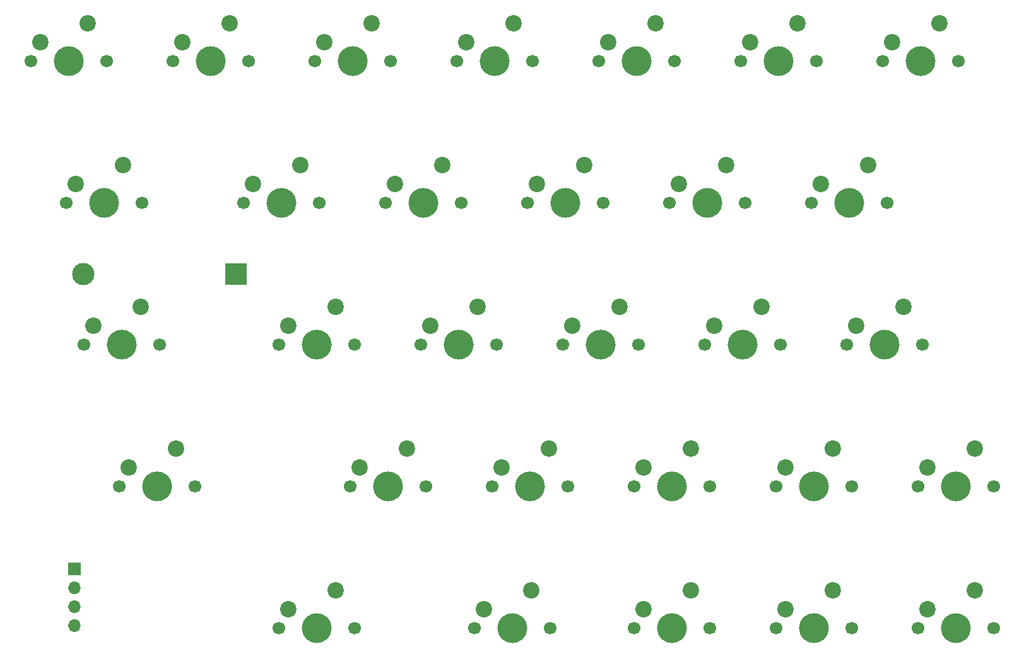
<source format=gts>
G04 #@! TF.FileFunction,Soldermask,Top*
%FSLAX46Y46*%
G04 Gerber Fmt 4.6, Leading zero omitted, Abs format (unit mm)*
G04 Created by KiCad (PCBNEW 4.0.7) date Wednesday, 11 April 2018 'AMt' 07:59:09*
%MOMM*%
%LPD*%
G01*
G04 APERTURE LIST*
%ADD10C,0.100000*%
%ADD11C,2.200000*%
%ADD12C,4.000000*%
%ADD13C,1.700000*%
%ADD14C,3.000000*%
%ADD15R,3.000000X3.000000*%
%ADD16R,1.700000X1.700000*%
%ADD17O,1.700000X1.700000*%
G04 APERTURE END LIST*
D10*
D11*
X45243750Y-78581250D03*
X38893750Y-81121250D03*
D12*
X42703750Y-83661250D03*
D13*
X37623750Y-83661250D03*
X47783750Y-83661250D03*
D11*
X66675000Y-59531250D03*
X60325000Y-62071250D03*
D12*
X64135000Y-64611250D03*
D13*
X59055000Y-64611250D03*
X69215000Y-64611250D03*
D11*
X38100000Y-40481250D03*
X31750000Y-43021250D03*
D12*
X35560000Y-45561250D03*
D13*
X30480000Y-45561250D03*
X40640000Y-45561250D03*
D11*
X66675000Y-97631250D03*
X60325000Y-100171250D03*
D12*
X64135000Y-102711250D03*
D13*
X59055000Y-102711250D03*
X69215000Y-102711250D03*
D14*
X32810000Y-55100000D03*
D15*
X53300000Y-55100000D03*
D16*
X31600000Y-94700000D03*
D17*
X31600000Y-97240000D03*
X31600000Y-99780000D03*
X31600000Y-102320000D03*
D11*
X33337500Y-21431250D03*
X26987500Y-23971250D03*
D12*
X30797500Y-26511250D03*
D13*
X25717500Y-26511250D03*
X35877500Y-26511250D03*
D11*
X40481250Y-59531250D03*
X34131250Y-62071250D03*
D12*
X37941250Y-64611250D03*
D13*
X32861250Y-64611250D03*
X43021250Y-64611250D03*
D11*
X52387500Y-21431250D03*
X46037500Y-23971250D03*
D12*
X49847500Y-26511250D03*
D13*
X44767500Y-26511250D03*
X54927500Y-26511250D03*
D11*
X61912500Y-40481250D03*
X55562500Y-43021250D03*
D12*
X59372500Y-45561250D03*
D13*
X54292500Y-45561250D03*
X64452500Y-45561250D03*
D11*
X76200000Y-78581250D03*
X69850000Y-81121250D03*
D12*
X73660000Y-83661250D03*
D13*
X68580000Y-83661250D03*
X78740000Y-83661250D03*
D11*
X71437500Y-21431250D03*
X65087500Y-23971250D03*
D12*
X68897500Y-26511250D03*
D13*
X63817500Y-26511250D03*
X73977500Y-26511250D03*
D11*
X80962500Y-40481250D03*
X74612500Y-43021250D03*
D12*
X78422500Y-45561250D03*
D13*
X73342500Y-45561250D03*
X83502500Y-45561250D03*
D11*
X85725000Y-59531250D03*
X79375000Y-62071250D03*
D12*
X83185000Y-64611250D03*
D13*
X78105000Y-64611250D03*
X88265000Y-64611250D03*
D11*
X95250000Y-78581250D03*
X88900000Y-81121250D03*
D12*
X92710000Y-83661250D03*
D13*
X87630000Y-83661250D03*
X97790000Y-83661250D03*
D11*
X92868750Y-97631250D03*
X86518750Y-100171250D03*
D12*
X90328750Y-102711250D03*
D13*
X85248750Y-102711250D03*
X95408750Y-102711250D03*
D11*
X90487500Y-21431250D03*
X84137500Y-23971250D03*
D12*
X87947500Y-26511250D03*
D13*
X82867500Y-26511250D03*
X93027500Y-26511250D03*
D11*
X100012500Y-40481250D03*
X93662500Y-43021250D03*
D12*
X97472500Y-45561250D03*
D13*
X92392500Y-45561250D03*
X102552500Y-45561250D03*
D11*
X104775000Y-59531250D03*
X98425000Y-62071250D03*
D12*
X102235000Y-64611250D03*
D13*
X97155000Y-64611250D03*
X107315000Y-64611250D03*
D11*
X114300000Y-78581250D03*
X107950000Y-81121250D03*
D12*
X111760000Y-83661250D03*
D13*
X106680000Y-83661250D03*
X116840000Y-83661250D03*
D11*
X114300000Y-97631250D03*
X107950000Y-100171250D03*
D12*
X111760000Y-102711250D03*
D13*
X106680000Y-102711250D03*
X116840000Y-102711250D03*
D11*
X109537500Y-21431250D03*
X103187500Y-23971250D03*
D12*
X106997500Y-26511250D03*
D13*
X101917500Y-26511250D03*
X112077500Y-26511250D03*
D11*
X119062500Y-40481250D03*
X112712500Y-43021250D03*
D12*
X116522500Y-45561250D03*
D13*
X111442500Y-45561250D03*
X121602500Y-45561250D03*
D11*
X123825000Y-59531250D03*
X117475000Y-62071250D03*
D12*
X121285000Y-64611250D03*
D13*
X116205000Y-64611250D03*
X126365000Y-64611250D03*
D11*
X133350000Y-78581250D03*
X127000000Y-81121250D03*
D12*
X130810000Y-83661250D03*
D13*
X125730000Y-83661250D03*
X135890000Y-83661250D03*
D11*
X133350000Y-97631250D03*
X127000000Y-100171250D03*
D12*
X130810000Y-102711250D03*
D13*
X125730000Y-102711250D03*
X135890000Y-102711250D03*
D11*
X128587500Y-21431250D03*
X122237500Y-23971250D03*
D12*
X126047500Y-26511250D03*
D13*
X120967500Y-26511250D03*
X131127500Y-26511250D03*
D11*
X138112500Y-40481250D03*
X131762500Y-43021250D03*
D12*
X135572500Y-45561250D03*
D13*
X130492500Y-45561250D03*
X140652500Y-45561250D03*
D11*
X142875000Y-59531250D03*
X136525000Y-62071250D03*
D12*
X140335000Y-64611250D03*
D13*
X135255000Y-64611250D03*
X145415000Y-64611250D03*
D11*
X152400000Y-78581250D03*
X146050000Y-81121250D03*
D12*
X149860000Y-83661250D03*
D13*
X144780000Y-83661250D03*
X154940000Y-83661250D03*
D11*
X147637500Y-21431250D03*
X141287500Y-23971250D03*
D12*
X145097500Y-26511250D03*
D13*
X140017500Y-26511250D03*
X150177500Y-26511250D03*
D11*
X152400000Y-97631250D03*
X146050000Y-100171250D03*
D12*
X149860000Y-102711250D03*
D13*
X144780000Y-102711250D03*
X154940000Y-102711250D03*
M02*

</source>
